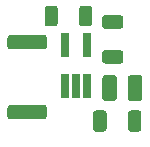
<source format=gtp>
G04 #@! TF.GenerationSoftware,KiCad,Pcbnew,(5.1.10)-1*
G04 #@! TF.CreationDate,2023-08-30T00:20:36+03:00*
G04 #@! TF.ProjectId,mini_cc_drive,6d696e69-5f63-4635-9f64-726976652e6b,rev?*
G04 #@! TF.SameCoordinates,Original*
G04 #@! TF.FileFunction,Paste,Top*
G04 #@! TF.FilePolarity,Positive*
%FSLAX46Y46*%
G04 Gerber Fmt 4.6, Leading zero omitted, Abs format (unit mm)*
G04 Created by KiCad (PCBNEW (5.1.10)-1) date 2023-08-30 00:20:36*
%MOMM*%
%LPD*%
G01*
G04 APERTURE LIST*
%ADD10R,0.650000X2.000000*%
G04 APERTURE END LIST*
G36*
G01*
X151837500Y-70475002D02*
X151837500Y-69224998D01*
G75*
G02*
X152087498Y-68975000I249998J0D01*
G01*
X152712502Y-68975000D01*
G75*
G02*
X152962500Y-69224998I0J-249998D01*
G01*
X152962500Y-70475002D01*
G75*
G02*
X152712502Y-70725000I-249998J0D01*
G01*
X152087498Y-70725000D01*
G75*
G02*
X151837500Y-70475002I0J249998D01*
G01*
G37*
G36*
G01*
X148912500Y-70475002D02*
X148912500Y-69224998D01*
G75*
G02*
X149162498Y-68975000I249998J0D01*
G01*
X149787502Y-68975000D01*
G75*
G02*
X150037500Y-69224998I0J-249998D01*
G01*
X150037500Y-70475002D01*
G75*
G02*
X149787502Y-70725000I-249998J0D01*
G01*
X149162498Y-70725000D01*
G75*
G02*
X148912500Y-70475002I0J249998D01*
G01*
G37*
D10*
X150622000Y-72331000D03*
X152522000Y-72331000D03*
X152522000Y-75751000D03*
X151572000Y-75751000D03*
X150622000Y-75751000D03*
G36*
G01*
X146021999Y-77365500D02*
X148872001Y-77365500D01*
G75*
G02*
X149122000Y-77615499I0J-249999D01*
G01*
X149122000Y-78340501D01*
G75*
G02*
X148872001Y-78590500I-249999J0D01*
G01*
X146021999Y-78590500D01*
G75*
G02*
X145772000Y-78340501I0J249999D01*
G01*
X145772000Y-77615499D01*
G75*
G02*
X146021999Y-77365500I249999J0D01*
G01*
G37*
G36*
G01*
X146021999Y-71440500D02*
X148872001Y-71440500D01*
G75*
G02*
X149122000Y-71690499I0J-249999D01*
G01*
X149122000Y-72415501D01*
G75*
G02*
X148872001Y-72665500I-249999J0D01*
G01*
X146021999Y-72665500D01*
G75*
G02*
X145772000Y-72415501I0J249999D01*
G01*
X145772000Y-71690499D01*
G75*
G02*
X146021999Y-71440500I249999J0D01*
G01*
G37*
G36*
G01*
X155957000Y-76796000D02*
X155957000Y-75096000D01*
G75*
G02*
X156207000Y-74846000I250000J0D01*
G01*
X156957000Y-74846000D01*
G75*
G02*
X157207000Y-75096000I0J-250000D01*
G01*
X157207000Y-76796000D01*
G75*
G02*
X156957000Y-77046000I-250000J0D01*
G01*
X156207000Y-77046000D01*
G75*
G02*
X155957000Y-76796000I0J250000D01*
G01*
G37*
G36*
G01*
X153807000Y-76796000D02*
X153807000Y-75096000D01*
G75*
G02*
X154057000Y-74846000I250000J0D01*
G01*
X154807000Y-74846000D01*
G75*
G02*
X155057000Y-75096000I0J-250000D01*
G01*
X155057000Y-76796000D01*
G75*
G02*
X154807000Y-77046000I-250000J0D01*
G01*
X154057000Y-77046000D01*
G75*
G02*
X153807000Y-76796000I0J250000D01*
G01*
G37*
G36*
G01*
X154167000Y-78089999D02*
X154167000Y-79390001D01*
G75*
G02*
X153917001Y-79640000I-249999J0D01*
G01*
X153266999Y-79640000D01*
G75*
G02*
X153017000Y-79390001I0J249999D01*
G01*
X153017000Y-78089999D01*
G75*
G02*
X153266999Y-77840000I249999J0D01*
G01*
X153917001Y-77840000D01*
G75*
G02*
X154167000Y-78089999I0J-249999D01*
G01*
G37*
G36*
G01*
X157117000Y-78089999D02*
X157117000Y-79390001D01*
G75*
G02*
X156867001Y-79640000I-249999J0D01*
G01*
X156216999Y-79640000D01*
G75*
G02*
X155967000Y-79390001I0J249999D01*
G01*
X155967000Y-78089999D01*
G75*
G02*
X156216999Y-77840000I249999J0D01*
G01*
X156867001Y-77840000D01*
G75*
G02*
X157117000Y-78089999I0J-249999D01*
G01*
G37*
G36*
G01*
X154035999Y-72733000D02*
X155336001Y-72733000D01*
G75*
G02*
X155586000Y-72982999I0J-249999D01*
G01*
X155586000Y-73633001D01*
G75*
G02*
X155336001Y-73883000I-249999J0D01*
G01*
X154035999Y-73883000D01*
G75*
G02*
X153786000Y-73633001I0J249999D01*
G01*
X153786000Y-72982999D01*
G75*
G02*
X154035999Y-72733000I249999J0D01*
G01*
G37*
G36*
G01*
X154035999Y-69783000D02*
X155336001Y-69783000D01*
G75*
G02*
X155586000Y-70032999I0J-249999D01*
G01*
X155586000Y-70683001D01*
G75*
G02*
X155336001Y-70933000I-249999J0D01*
G01*
X154035999Y-70933000D01*
G75*
G02*
X153786000Y-70683001I0J249999D01*
G01*
X153786000Y-70032999D01*
G75*
G02*
X154035999Y-69783000I249999J0D01*
G01*
G37*
M02*

</source>
